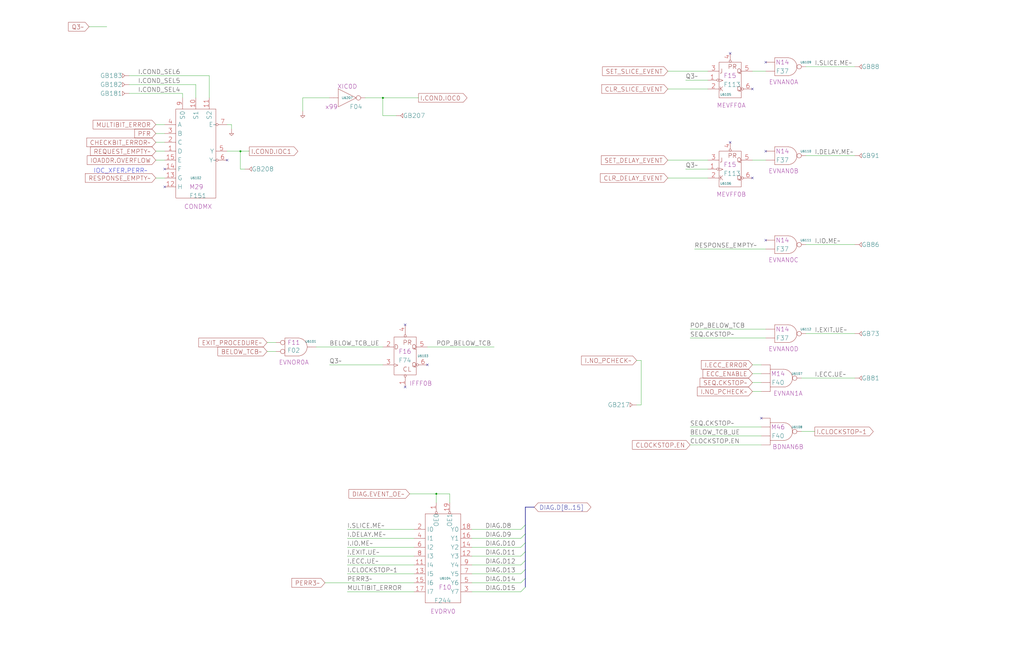
<source format=kicad_sch>
(kicad_sch (version 20230121) (generator eeschema)
  (paper "User" 584.2 378.46)
  (title_block (title "CONDITIONS AND EVENTS") (date "22-SEP-90") (rev "2.0") (comment 1 "IOC") (comment 2 "232-003061") (comment 3 "S400") (comment 4 "RELEASED"))
  (lib_symbols
    (symbol "r1000:F02" (pin_numbers hide) (pin_names hide)
      (property "Reference" "U" (at 12.16 0.635 0))
      (property "Value" "F02" (at -1.27 -4.445 0))
      (property "Location" "___" (at 2.54 0 0))
      (property "Name" "______" (at 2.54 -12.7 0))
      (symbol "F02_0_1"
        (arc (start -3.81 -7.62) (mid -2.9847 -2.54) (end -3.81 2.54) (stroke (width 0.1524)))
        (polyline (pts (xy -5.08 -5.08) (xy -3.175 -5.08)) (stroke (width 0.1524)))
        (polyline (pts (xy -5.08 0) (xy -3.175 0)) (stroke (width 0.1524)))
        (polyline (pts (xy -3.81 -7.62) (xy 2.54 -7.62)) (stroke (width 0.1524)))
        (polyline (pts (xy -3.81 2.54) (xy 2.54 2.54)) (stroke (width 0.1524)))
        (polyline (pts (xy 13.97 -2.54) (xy 12.7 -2.54)) (stroke (width 0.1524)))
        (arc (start 2.54 -7.62) (mid 6.9515 -5.9823) (end 10.16 -2.54) (stroke (width 0.1524)))
        (arc (start 10.16 -2.54) (mid 6.9478 0.8966) (end 2.54 2.54) (stroke (width 0.1524)))
        (circle (center 11.43 -2.54) (radius 1.27) (stroke (width 0.1524)))
      )
      (symbol "F02_0_2"
        (circle (center -3.81 -5.08) (radius 1.27) (stroke (width 0.1524)))
        (circle (center -3.81 0) (radius 1.27) (stroke (width 0.1524)))
        (polyline (pts (xy -2.54 -7.62) (xy 5.08 -7.62)) (stroke (width 0.1524)))
        (polyline (pts (xy -2.54 2.54) (xy -2.54 -7.62)) (stroke (width 0.1524)))
        (polyline (pts (xy -2.54 2.54) (xy 5.08 2.54)) (stroke (width 0.1524)))
        (polyline (pts (xy 11.43 -2.54) (xy 10.16 -2.54)) (stroke (width 0.1524)))
        (polyline (pts (xy 11.43 -2.54) (xy 12.7 -2.54)) (stroke (width 0.1524)))
        (arc (start 5.08 -7.62) (mid 10.1282 -2.54) (end 5.08 2.54) (stroke (width 0.1524)))
      )
      (symbol "F02_1_1"
        (pin input line (at -7.62 0 0) (length 2.54) (name "D0") (number "1"))
        (pin input line (at -7.62 -5.08 0) (length 2.54) (name "D1") (number "2"))
        (pin output line (at 15.24 -2.54 180) (length 1.27) (name "Q") (number "3"))
      )
      (symbol "F02_1_2"
        (pin input line (at -7.62 0 0) (length 2.54) (name "D0") (number "1"))
        (pin input line (at -7.62 -5.08 0) (length 2.54) (name "D1") (number "2"))
        (pin output line (at 15.24 -2.54 180) (length 2.54) (name "Q") (number "3"))
      )
    )
    (symbol "r1000:F04" (pin_numbers hide) (pin_names hide)
      (property "Reference" "U" (at 0 0 0))
      (property "Value" "F04" (at 1.27 -5.08 0))
      (property "Location" "___" (at -12.7 -5.08 0))
      (property "Name" "______" (at 0 5.08 0))
      (symbol "F04_0_1"
        (polyline (pts (xy -7.62 0) (xy -5.08 0)) (stroke (width 0.1524)))
        (polyline (pts (xy -5.08 5.08) (xy -5.08 -5.08)) (stroke (width 0.1524)))
        (polyline (pts (xy 5.08 0) (xy -5.08 -5.08)) (stroke (width 0.1524)))
        (polyline (pts (xy 5.08 0) (xy -5.08 5.08)) (stroke (width 0.1524)))
        (circle (center 6.35 0) (radius 1.27) (stroke (width 0.1524)))
      )
      (symbol "F04_1_1"
        (pin input line (at -10.16 0 0) (length 2.54) (name "D0") (number "1"))
        (pin output line (at 10.16 0 180) (length 2.54) (name "Q") (number "2"))
      )
    )
    (symbol "r1000:F113" (pin_names (offset 1.016) hide)
      (property "Reference" "U" (at 0 -10.795 0))
      (property "Value" "F113" (at -1.27 -5.08 0))
      (property "Location" "___" (at -1.27 0 0))
      (property "Name" "______" (at 3.175 -18.415 0))
      (symbol "F113_0_1"
        (rectangle (start -3.81 7.62) (end 8.89 -12.7) (stroke (width 0.1524)))
      )
      (symbol "F113_1_1"
        (circle (center -4.445 -2.54) (radius 0.635))
        (circle (center 2.54 8.255) (radius 0.635))
        (circle (center 9.525 -7.62) (radius 0.635))
        (text ">" (at -2.54 -2.54 0) (effects (font (size 2.54 2.54))))
        (text "J" (at -2.54 2.54 0) (effects (font (size 2.54 2.54))))
        (text "K" (at -2.54 -7.62 0) (effects (font (size 2.54 2.54))))
        (text "P" (at 2.54 5.08 0) (effects (font (size 2.54 2.54))))
        (text "Q" (at 7.62 -7.62 0) (effects (font (size 2.54 2.54))))
        (text "Q" (at 7.62 2.54 0) (effects (font (size 2.54 2.54))))
        (text "R" (at 5.08 5.08 0) (effects (font (size 2.54 2.54))))
        (pin input line (at -10.16 -2.54 0) (length 5.08) (name "CLK_") (number "1"))
        (pin input line (at -10.16 -7.62 0) (length 6.35) (name "K") (number "2"))
        (pin input line (at -10.16 2.54 0) (length 6.35) (name "J") (number "3"))
        (pin input line (at 2.54 12.7 270) (length 3.81) (name "PR_") (number "4"))
        (pin output line (at 15.24 2.54 180) (length 6.35) (name "Q") (number "5"))
        (pin output line (at 15.24 -7.62 180) (length 5.08) (name "Q_") (number "6"))
      )
    )
    (symbol "r1000:F151" (pin_names (offset 1.016))
      (property "Reference" "U" (at 2.54 5.08 0))
      (property "Value" "F151" (at -1.27 -5.08 0))
      (property "Location" "___" (at -1.27 0 0))
      (property "Name" "______" (at 3.81 -12.7 0))
      (symbol "F151_1_1"
        (rectangle (start -8.89 44.45) (end 13.97 -6.35))
        (circle (center 14.605 15.24) (radius 0.635))
        (circle (center 14.605 35.56) (radius 0.635))
        (pin input line (at -15.24 20.32 0) (length 6.35) (name "D") (number "1"))
        (pin input line (at 2.54 50.8 270) (length 6.35) (name "S1") (number "10"))
        (pin input line (at 10.16 50.8 270) (length 6.35) (name "S2") (number "11"))
        (pin input line (at -15.24 0 0) (length 6.35) (name "H") (number "12"))
        (pin input line (at -15.24 5.08 0) (length 6.35) (name "G") (number "13"))
        (pin input line (at -15.24 10.16 0) (length 6.35) (name "F") (number "14"))
        (pin input line (at -15.24 15.24 0) (length 6.35) (name "E") (number "15"))
        (pin input line (at -15.24 25.4 0) (length 6.35) (name "C") (number "2"))
        (pin input line (at -15.24 30.48 0) (length 6.35) (name "B") (number "3"))
        (pin input line (at -15.24 35.56 0) (length 6.35) (name "A") (number "4"))
        (pin output line (at 20.32 20.32 180) (length 6.35) (name "Y") (number "5"))
        (pin output line (at 20.32 15.24 180) (length 5.08) (name "Y~") (number "6"))
        (pin input line (at 20.32 35.56 180) (length 5.08) (name "E~") (number "7"))
        (pin input line (at -5.08 50.8 270) (length 6.35) (name "S0") (number "9"))
      )
    )
    (symbol "r1000:F244" (pin_names (offset 1.016))
      (property "Reference" "U" (at 2.54 5.08 0))
      (property "Value" "F244" (at -3.81 -7.62 0))
      (property "Location" "___" (at -1.27 0 0))
      (property "Name" "______" (at 1.27 -15.24 0))
      (symbol "F244_1_1"
        (rectangle (start -8.89 41.91) (end 11.43 -8.89))
        (circle (center -2.54 42.545) (radius 0.635))
        (circle (center 5.08 42.545) (radius 0.635))
        (pin input line (at -2.54 48.26 270) (length 5.08) (name "OE0") (number "1"))
        (pin input line (at -15.24 12.7 0) (length 6.35) (name "I4") (number "11"))
        (pin tri_state line (at 17.78 17.78 180) (length 6.35) (name "Y3") (number "12"))
        (pin input line (at -15.24 7.62 0) (length 6.35) (name "I5") (number "13"))
        (pin tri_state line (at 17.78 22.86 180) (length 6.35) (name "Y2") (number "14"))
        (pin input line (at -15.24 2.54 0) (length 6.35) (name "I6") (number "15"))
        (pin tri_state line (at 17.78 27.94 180) (length 6.35) (name "Y1") (number "16"))
        (pin input line (at -15.24 -2.54 0) (length 6.35) (name "I7") (number "17"))
        (pin tri_state line (at 17.78 33.02 180) (length 6.35) (name "Y0") (number "18"))
        (pin input line (at 5.08 48.26 270) (length 5.08) (name "OE1") (number "19"))
        (pin input line (at -15.24 33.02 0) (length 6.35) (name "I0") (number "2"))
        (pin tri_state line (at 17.78 -2.54 180) (length 6.35) (name "Y7") (number "3"))
        (pin input line (at -15.24 27.94 0) (length 6.35) (name "I1") (number "4"))
        (pin tri_state line (at 17.78 2.54 180) (length 6.35) (name "Y6") (number "5"))
        (pin input line (at -15.24 22.86 0) (length 6.35) (name "I2") (number "6"))
        (pin tri_state line (at 17.78 7.62 180) (length 6.35) (name "Y5") (number "7"))
        (pin input line (at -15.24 17.78 0) (length 6.35) (name "I3") (number "8"))
        (pin tri_state line (at 17.78 12.7 180) (length 6.35) (name "Y4") (number "9"))
      )
    )
    (symbol "r1000:F37" (pin_numbers hide) (pin_names (offset 0) hide)
      (property "Reference" "U" (at 15.24 0 0))
      (property "Value" "F37" (at 1.905 -5.08 0))
      (property "Location" "___" (at 1.905 0 0))
      (property "Name" "______" (at 2.54 -12.7 0))
      (symbol "F37_0_1"
        (polyline (pts (xy -2.54 -7.62) (xy 5.08 -7.62)) (stroke (width 0.1524)))
        (polyline (pts (xy -2.54 2.54) (xy -2.54 -7.62)) (stroke (width 0.1524)))
        (polyline (pts (xy -2.54 2.54) (xy 5.08 2.54)) (stroke (width 0.1524)))
        (arc (start 5.08 -7.62) (mid 10.1282 -2.54) (end 5.08 2.54) (stroke (width 0.1524)))
        (circle (center 11.43 -2.54) (radius 1.27) (stroke (width 0.1524)))
      )
      (symbol "F37_0_2"
        (circle (center -3.81 -5.08) (radius 1.27) (stroke (width 0.1524)))
        (circle (center -3.81 0) (radius 1.27) (stroke (width 0.1524)))
        (arc (start -3.175 -7.62) (mid -2.134 -2.54) (end -3.175 2.54) (stroke (width 0.1524)))
        (polyline (pts (xy -3.175 -7.62) (xy 3.81 -7.62)) (stroke (width 0.1524)))
        (polyline (pts (xy -3.175 2.54) (xy 3.81 2.54)) (stroke (width 0.1524)))
        (arc (start 3.81 -7.62) (mid 7.5855 -5.8306) (end 10.16 -2.54) (stroke (width 0.1524)))
        (arc (start 10.16 -2.54) (mid 7.5827 0.7471) (end 3.81 2.54) (stroke (width 0.1524)))
      )
      (symbol "F37_1_1"
        (pin input line (at -7.62 0 0) (length 5.08) (name "D0") (number "1"))
        (pin input line (at -7.62 -5.08 0) (length 5.08) (name "D1") (number "2"))
        (pin output line (at 15.24 -2.54 180) (length 2.54) (name "Q") (number "3"))
      )
      (symbol "F37_1_2"
        (pin input line (at -7.62 0 0) (length 2.54) (name "D0") (number "1"))
        (pin input line (at -7.62 -5.08 0) (length 2.54) (name "D1") (number "2"))
        (pin output line (at 15.24 -2.54 180) (length 5.08) (name "Q") (number "3"))
      )
    )
    (symbol "r1000:F40" (pin_numbers hide) (pin_names hide)
      (property "Reference" "U" (at 12.7 2.54 0))
      (property "Value" "F40" (at 1.905 -2.54 0))
      (property "Location" "___" (at 1.905 2.54 0))
      (property "Name" "______" (at 7.62 -10.16 0))
      (symbol "F40_0_0"
        (polyline (pts (xy -2.54 -5.08) (xy 5.08 -5.08)) (stroke (width 0.1524)))
        (polyline (pts (xy -2.54 5.08) (xy 5.08 5.08)) (stroke (width 0.1524)))
        (arc (start 5.08 -5.08) (mid 8.6721 -3.5921) (end 10.16 0) (stroke (width 0.1524)))
        (arc (start 10.16 0) (mid 8.6721 3.5921) (end 5.08 5.08) (stroke (width 0.1524)))
        (circle (center 11.43 0) (radius 1.27) (stroke (width 0.1524)))
      )
      (symbol "F40_0_1"
        (polyline (pts (xy -2.54 -5.08) (xy -2.54 -7.62)) (stroke (width 0.1524)))
        (polyline (pts (xy -2.54 5.08) (xy -2.54 -5.08)) (stroke (width 0.1524)))
        (polyline (pts (xy -2.54 7.62) (xy -2.54 5.08)) (stroke (width 0.1524)))
      )
      (symbol "F40_1_1"
        (pin input line (at -7.62 7.62 0) (length 5.08) (name "D0") (number "1"))
        (pin input line (at -7.62 2.54 0) (length 5.08) (name "D3") (number "2"))
        (pin input line (at -7.62 -2.54 0) (length 5.08) (name "D4") (number "4"))
        (pin input line (at -7.62 -7.62 0) (length 5.08) (name "D5") (number "5"))
        (pin output line (at 15.24 0 180) (length 2.54) (name "Q") (number "6"))
      )
    )
    (symbol "r1000:F74" (pin_names (offset 1.016) hide)
      (property "Reference" "U" (at 12.7 -2.54 0))
      (property "Value" "F74" (at -1.27 -5.08 0))
      (property "Location" "___" (at -1.27 0 0))
      (property "Name" "______" (at 11.43 -19.685 0))
      (symbol "F74_0_1"
        (rectangle (start -3.81 8.255) (end 8.89 -13.335) (stroke (width 0.1524)))
        (polyline (pts (xy 2.54 -15.24) (xy 2.54 -14.605)) (stroke (width 0.1524)))
        (polyline (pts (xy 2.54 10.16) (xy 2.54 9.525)) (stroke (width 0.1524)))
      )
      (symbol "F74_1_1"
        (circle (center 2.54 -13.97) (radius 0.635))
        (circle (center 2.54 8.89) (radius 0.635))
        (circle (center 9.525 -7.62) (radius 0.635))
        (text ">" (at -2.54 -7.62 0) (effects (font (size 2.54 2.54))))
        (text "C" (at 2.54 -10.16 0) (effects (font (size 2.54 2.54))))
        (text "D" (at -2.54 2.54 0) (effects (font (size 2.54 2.54))))
        (text "L" (at 5.08 -10.16 0) (effects (font (size 2.54 2.54))))
        (text "P" (at 2.54 5.08 0) (effects (font (size 2.54 2.54))))
        (text "Q" (at 7.62 -7.62 0) (effects (font (size 2.54 2.54))))
        (text "Q" (at 7.62 2.54 0) (effects (font (size 2.54 2.54))))
        (text "R" (at 5.08 5.08 0) (effects (font (size 2.54 2.54))))
        (pin input line (at 2.54 -20.32 90) (length 5.08) (name "CL_") (number "1"))
        (pin input line (at -10.16 2.54 0) (length 6.35) (name "D") (number "2"))
        (pin input line (at -10.16 -7.62 0) (length 6.35) (name "CLK") (number "3"))
        (pin input line (at 2.54 15.24 270) (length 5.08) (name "PR_") (number "4"))
        (pin output line (at 15.24 2.54 180) (length 6.35) (name "Q") (number "5"))
        (pin output line (at 15.24 -7.62 180) (length 5.08) (name "Q_") (number "6"))
      )
    )
    (symbol "r1000:GB" (pin_numbers hide) (pin_names (offset 0) hide)
      (property "Reference" "GB" (at 3.81 0 0))
      (symbol "GB_0_1"
        (polyline (pts (xy 2.54 0) (xy 3.81 1.27) (xy 3.81 -1.27) (xy 2.54 0)) (stroke (width 0.1524)))
      )
      (symbol "GB_1_1"
        (pin bidirectional line (at 0 0 0) (length 2.54) (name "") (number "1"))
      )
    )
    (symbol "r1000:PD" (power) (pin_numbers hide) (pin_names hide) (in_bom no)
      (symbol "PD_0_1"
        (polyline (pts (xy 0 -2.54) (xy 1.27 -2.54) (xy 0 -3.81) (xy -1.27 -2.54) (xy 0 -2.54)) (stroke (width 0.1524)))
      )
      (symbol "PD_1_1"
        (pin power_in line (at 0 0 270) (length 2.54) (name "PD") (number "1"))
      )
    )
  )
  (junction (at 137.16 86.36))
  (junction (at 248.92 281.94))
  (junction (at 218.44 55.88))
  (no_connect (at 231.14 185.42))
  (no_connect (at 243.84 208.28))
  (no_connect (at 416.56 81.28))
  (no_connect (at 436.88 137.16))
  (no_connect (at 436.88 86.36))
  (no_connect (at 429.26 50.8))
  (no_connect (at 434.34 238.76))
  (no_connect (at 231.14 220.98))
  (no_connect (at 93.98 96.52))
  (no_connect (at 429.26 101.6))
  (no_connect (at 129.54 91.44))
  (no_connect (at 93.98 106.68))
  (no_connect (at 436.88 35.56))
  (no_connect (at 416.56 30.48))
  (bus_entry (at 299.72 325.12) (size -2.54 2.54))
  (bus_entry (at 299.72 320.04) (size -2.54 2.54))
  (bus_entry (at 299.72 330.2) (size -2.54 2.54))
  (bus_entry (at 299.72 304.8) (size -2.54 2.54))
  (bus_entry (at 299.72 314.96) (size -2.54 2.54))
  (bus_entry (at 299.72 299.72) (size -2.54 2.54))
  (bus_entry (at 299.72 309.88) (size -2.54 2.54))
  (bus_entry (at 299.72 335.28) (size -2.54 2.54))
  (wire (pts (xy 73.66 48.26) (xy 111.76 48.26)))
  (wire (pts (xy 172.72 55.88) (xy 187.96 55.88)))
  (wire (pts (xy 269.24 307.34) (xy 297.18 307.34)))
  (wire (pts (xy 139.7 96.52) (xy 137.16 96.52)))
  (wire (pts (xy 248.92 281.94) (xy 248.92 287.02)))
  (wire (pts (xy 429.26 208.28) (xy 434.34 208.28)))
  (wire (pts (xy 269.24 332.74) (xy 297.18 332.74)))
  (wire (pts (xy 152.4 200.66) (xy 157.48 200.66)))
  (wire (pts (xy 429.26 91.44) (xy 436.88 91.44)))
  (wire (pts (xy 365.76 205.74) (xy 365.76 231.14)))
  (wire (pts (xy 132.08 71.12) (xy 132.08 73.66)))
  (wire (pts (xy 459.74 38.1) (xy 487.68 38.1)))
  (bus (pts (xy 299.72 289.56) (xy 299.72 299.72)))
  (wire (pts (xy 381 40.64) (xy 403.86 40.64)))
  (wire (pts (xy 88.9 91.44) (xy 93.98 91.44)))
  (wire (pts (xy 129.54 71.12) (xy 132.08 71.12)))
  (wire (pts (xy 198.12 327.66) (xy 236.22 327.66)))
  (wire (pts (xy 429.26 223.52) (xy 434.34 223.52)))
  (wire (pts (xy 269.24 302.26) (xy 297.18 302.26)))
  (wire (pts (xy 269.24 337.82) (xy 297.18 337.82)))
  (wire (pts (xy 180.34 198.12) (xy 218.44 198.12)))
  (wire (pts (xy 429.26 40.64) (xy 436.88 40.64)))
  (wire (pts (xy 50.8 15.24) (xy 60.96 15.24)))
  (wire (pts (xy 269.24 327.66) (xy 297.18 327.66)))
  (wire (pts (xy 198.12 337.82) (xy 236.22 337.82)))
  (wire (pts (xy 256.54 287.02) (xy 256.54 281.94)))
  (wire (pts (xy 119.38 55.88) (xy 119.38 43.18)))
  (bus (pts (xy 299.72 299.72) (xy 299.72 304.8)))
  (wire (pts (xy 381 101.6) (xy 403.86 101.6)))
  (wire (pts (xy 269.24 317.5) (xy 297.18 317.5)))
  (bus (pts (xy 299.72 309.88) (xy 299.72 314.96)))
  (wire (pts (xy 429.26 218.44) (xy 434.34 218.44)))
  (wire (pts (xy 187.96 208.28) (xy 218.44 208.28)))
  (wire (pts (xy 88.9 101.6) (xy 93.98 101.6)))
  (wire (pts (xy 198.12 322.58) (xy 236.22 322.58)))
  (wire (pts (xy 73.66 53.34) (xy 104.14 53.34)))
  (wire (pts (xy 457.2 215.9) (xy 487.68 215.9)))
  (wire (pts (xy 256.54 281.94) (xy 248.92 281.94)))
  (wire (pts (xy 393.7 187.96) (xy 436.88 187.96)))
  (bus (pts (xy 299.72 314.96) (xy 299.72 320.04)))
  (wire (pts (xy 391.16 96.52) (xy 403.86 96.52)))
  (wire (pts (xy 248.92 281.94) (xy 233.68 281.94)))
  (bus (pts (xy 299.72 289.56) (xy 304.8 289.56)))
  (wire (pts (xy 269.24 322.58) (xy 297.18 322.58)))
  (wire (pts (xy 218.44 66.04) (xy 218.44 55.88)))
  (wire (pts (xy 381 91.44) (xy 403.86 91.44)))
  (wire (pts (xy 208.28 55.88) (xy 218.44 55.88)))
  (wire (pts (xy 393.7 193.04) (xy 436.88 193.04)))
  (bus (pts (xy 299.72 320.04) (xy 299.72 325.12)))
  (wire (pts (xy 137.16 86.36) (xy 137.16 96.52)))
  (bus (pts (xy 299.72 330.2) (xy 299.72 335.28)))
  (wire (pts (xy 152.4 195.58) (xy 157.48 195.58)))
  (wire (pts (xy 381 50.8) (xy 403.86 50.8)))
  (wire (pts (xy 88.9 81.28) (xy 93.98 81.28)))
  (wire (pts (xy 218.44 55.88) (xy 238.76 55.88)))
  (wire (pts (xy 137.16 86.36) (xy 142.24 86.36)))
  (wire (pts (xy 88.9 71.12) (xy 93.98 71.12)))
  (wire (pts (xy 393.7 254) (xy 434.34 254)))
  (wire (pts (xy 198.12 307.34) (xy 236.22 307.34)))
  (wire (pts (xy 198.12 312.42) (xy 236.22 312.42)))
  (wire (pts (xy 459.74 139.7) (xy 487.68 139.7)))
  (wire (pts (xy 459.74 190.5) (xy 487.68 190.5)))
  (bus (pts (xy 299.72 325.12) (xy 299.72 330.2)))
  (wire (pts (xy 185.42 332.74) (xy 236.22 332.74)))
  (wire (pts (xy 363.22 205.74) (xy 365.76 205.74)))
  (wire (pts (xy 104.14 55.88) (xy 104.14 53.34)))
  (wire (pts (xy 243.84 198.12) (xy 281.94 198.12)))
  (wire (pts (xy 198.12 317.5) (xy 236.22 317.5)))
  (wire (pts (xy 172.72 63.5) (xy 172.72 55.88)))
  (wire (pts (xy 459.74 88.9) (xy 487.68 88.9)))
  (wire (pts (xy 391.16 45.72) (xy 403.86 45.72)))
  (wire (pts (xy 88.9 76.2) (xy 93.98 76.2)))
  (wire (pts (xy 393.7 243.84) (xy 434.34 243.84)))
  (wire (pts (xy 73.66 43.18) (xy 119.38 43.18)))
  (wire (pts (xy 269.24 312.42) (xy 297.18 312.42)))
  (wire (pts (xy 111.76 55.88) (xy 111.76 48.26)))
  (bus (pts (xy 299.72 304.8) (xy 299.72 309.88)))
  (wire (pts (xy 129.54 86.36) (xy 137.16 86.36)))
  (wire (pts (xy 88.9 86.36) (xy 93.98 86.36)))
  (wire (pts (xy 365.76 231.14) (xy 363.22 231.14)))
  (wire (pts (xy 457.2 246.38) (xy 464.82 246.38)))
  (wire (pts (xy 393.7 248.92) (xy 434.34 248.92)))
  (wire (pts (xy 226.06 66.04) (xy 218.44 66.04)))
  (wire (pts (xy 396.24 142.24) (xy 436.88 142.24)))
  (wire (pts (xy 429.26 213.36) (xy 434.34 213.36)))
  (wire (pts (xy 198.12 302.26) (xy 236.22 302.26)))
  (text "IOC_XFER.PERR~" (at 53.34 99.06 0) (effects (font (size 2.54 2.54)) (justify left bottom)))
  (label "Q3~" (at 391.16 96.52 0) (effects (font (size 2.54 2.54))))
  (label "DIAG.D10" (at 276.86 312.42 0) (effects (font (size 2.54 2.54))))
  (label "I.COND_SEL6" (at 78.74 43.18 0) (effects (font (size 2.54 2.54))))
  (label "I.ECC.UE~" (at 464.82 215.9 0) (effects (font (size 2.54 2.54))))
  (label "I.CLOCKSTOP~1" (at 198.12 327.66 0) (effects (font (size 2.54 2.54))))
  (label "DIAG.D14" (at 276.86 332.74 0) (effects (font (size 2.54 2.54))))
  (label "I.SLICE.ME~" (at 198.12 302.26 0) (effects (font (size 2.54 2.54))))
  (label "I.DELAY.ME~" (at 198.12 307.34 0) (effects (font (size 2.54 2.54))))
  (label "POP_BELOW_TCB" (at 248.92 198.12 0) (effects (font (size 2.54 2.54))))
  (label "RESPONSE_EMPTY~" (at 396.24 142.24 0) (effects (font (size 2.54 2.54))))
  (label "SEQ.CKSTOP~" (at 393.7 243.84 0) (effects (font (size 2.54 2.54))))
  (label "Q3~" (at 187.96 208.28 0) (effects (font (size 2.54 2.54))))
  (label "I.IO.ME~" (at 464.82 139.7 0) (effects (font (size 2.54 2.54))))
  (label "I.IO.ME~" (at 198.12 312.42 0) (effects (font (size 2.54 2.54))))
  (label "MULTIBIT_ERROR" (at 198.12 337.82 0) (effects (font (size 2.54 2.54))))
  (label "I.EXIT.UE~" (at 464.82 190.5 0) (effects (font (size 2.54 2.54))))
  (label "I.EXIT.UE~" (at 198.12 317.5 0) (effects (font (size 2.54 2.54))))
  (label "I.COND_SEL4" (at 78.74 53.34 0) (effects (font (size 2.54 2.54))))
  (label "I.ECC.UE~" (at 198.12 322.58 0) (effects (font (size 2.54 2.54))))
  (label "Q3~" (at 391.16 45.72 0) (effects (font (size 2.54 2.54))))
  (label "I.DELAY.ME~" (at 464.82 88.9 0) (effects (font (size 2.54 2.54))))
  (label "DIAG.D15" (at 276.86 337.82 0) (effects (font (size 2.54 2.54))))
  (label "SEQ.CKSTOP~" (at 393.7 193.04 0) (effects (font (size 2.54 2.54))))
  (label "DIAG.D9" (at 276.86 307.34 0) (effects (font (size 2.54 2.54))))
  (label "CLOCKSTOP.EN" (at 393.7 254 0) (effects (font (size 2.54 2.54))))
  (label "DIAG.D13" (at 276.86 327.66 0) (effects (font (size 2.54 2.54))))
  (label "POP_BELOW_TCB" (at 393.7 187.96 0) (effects (font (size 2.54 2.54))))
  (label "DIAG.D8" (at 276.86 302.26 0) (effects (font (size 2.54 2.54))))
  (label "I.COND_SEL5" (at 78.74 48.26 0) (effects (font (size 2.54 2.54))))
  (label "DIAG.D11" (at 276.86 317.5 0) (effects (font (size 2.54 2.54))))
  (label "BELOW_TCB_UE" (at 393.7 248.92 0) (effects (font (size 2.54 2.54))))
  (label "I.SLICE.ME~" (at 464.82 38.1 0) (effects (font (size 2.54 2.54))))
  (label "DIAG.D12" (at 276.86 322.58 0) (effects (font (size 2.54 2.54))))
  (label "BELOW_TCB_UE" (at 187.96 198.12 0) (effects (font (size 2.54 2.54))))
  (label "PERR3~" (at 198.12 332.74 0) (effects (font (size 2.54 2.54))))
  (global_label "BELOW_TCB~" (shape input) (at 152.4 200.66 180) (effects (font (size 2.54 2.54))) (property "Intersheetrefs" "${INTERSHEET_REFS}" (at 124.3511 200.5013 0) (effects (font (size 1.905 1.905)) (justify right))))
  (global_label "Q3~" (shape input) (at 50.8 15.24 180) (effects (font (size 2.54 2.54))) (property "Intersheetrefs" "${INTERSHEET_REFS}" (at 32.9111 15.0813 0) (effects (font (size 1.905 1.905)) (justify right))))
  (global_label "DIAG.D[8..15]" (shape bidirectional) (at 304.8 289.56 0) (effects (font (size 2.54 2.54))) (property "Intersheetrefs" "${INTERSHEET_REFS}" (at 334.905 289.4013 0) (effects (font (size 1.905 1.905)) (justify left))))
  (global_label "I.ECC_ERROR" (shape input) (at 429.26 208.28 180) (effects (font (size 2.54 2.54))) (property "Intersheetrefs" "${INTERSHEET_REFS}" (at 400.1226 208.1213 0) (effects (font (size 1.905 1.905)) (justify right))))
  (global_label "SEQ.CKSTOP~" (shape input) (at 429.26 218.44 180) (effects (font (size 2.54 2.54))) (property "Intersheetrefs" "${INTERSHEET_REFS}" (at 399.3969 218.2813 0) (effects (font (size 1.905 1.905)) (justify right))))
  (global_label "CLOCKSTOP.EN" (shape input) (at 393.7 254 180) (effects (font (size 2.54 2.54))) (property "Intersheetrefs" "${INTERSHEET_REFS}" (at 360.432 253.8413 0) (effects (font (size 1.905 1.905)) (justify right))))
  (global_label "CLR_DELAY_EVENT" (shape input) (at 381 101.6 180) (effects (font (size 2.54 2.54))) (property "Intersheetrefs" "${INTERSHEET_REFS}" (at 342.5492 101.4413 0) (effects (font (size 1.905 1.905)) (justify right))))
  (global_label "CHECKBIT_ERROR~" (shape input) (at 88.9 81.28 180) (effects (font (size 2.54 2.54))) (property "Intersheetrefs" "${INTERSHEET_REFS}" (at 49.4816 81.1213 0) (effects (font (size 1.905 1.905)) (justify right))))
  (global_label "DIAG.EVENT_OE~" (shape input) (at 233.68 281.94 180) (effects (font (size 2.54 2.54))) (property "Intersheetrefs" "${INTERSHEET_REFS}" (at 199.0997 281.7813 0) (effects (font (size 1.905 1.905)) (justify right))))
  (global_label "I.CLOCKSTOP~1" (shape output) (at 464.82 246.38 0) (effects (font (size 2.54 2.54))) (property "Intersheetrefs" "${INTERSHEET_REFS}" (at 498.5718 246.2213 0) (effects (font (size 1.905 1.905)) (justify left))))
  (global_label "RESPONSE_EMPTY~" (shape input) (at 88.9 101.6 180) (effects (font (size 2.54 2.54))) (property "Intersheetrefs" "${INTERSHEET_REFS}" (at 48.635 101.4413 0) (effects (font (size 1.905 1.905)) (justify right))))
  (global_label "PFR" (shape input) (at 88.9 76.2 180) (effects (font (size 2.54 2.54))) (property "Intersheetrefs" "${INTERSHEET_REFS}" (at 76.8169 76.0413 0) (effects (font (size 1.905 1.905)) (justify right))))
  (global_label "SET_DELAY_EVENT" (shape input) (at 381 91.44 180) (effects (font (size 2.54 2.54))) (property "Intersheetrefs" "${INTERSHEET_REFS}" (at 343.033 91.2813 0) (effects (font (size 1.905 1.905)) (justify right))))
  (global_label "ECC_ENABLE" (shape input) (at 429.26 213.36 180) (effects (font (size 2.54 2.54))) (property "Intersheetrefs" "${INTERSHEET_REFS}" (at 401.0902 213.2013 0) (effects (font (size 1.905 1.905)) (justify right))))
  (global_label "MULTIBIT_ERROR" (shape input) (at 88.9 71.12 180) (effects (font (size 2.54 2.54))) (property "Intersheetrefs" "${INTERSHEET_REFS}" (at 53.1102 70.9613 0) (effects (font (size 1.905 1.905)) (justify right))))
  (global_label "I.NO_PCHECK~" (shape input) (at 363.22 205.74 180) (effects (font (size 2.54 2.54))) (property "Intersheetrefs" "${INTERSHEET_REFS}" (at 331.7845 205.5813 0) (effects (font (size 1.905 1.905)) (justify right))))
  (global_label "REQUEST_EMPTY~" (shape input) (at 88.9 86.36 180) (effects (font (size 2.54 2.54))) (property "Intersheetrefs" "${INTERSHEET_REFS}" (at 51.6588 86.2013 0) (effects (font (size 1.905 1.905)) (justify right))))
  (global_label "PERR3~" (shape input) (at 185.42 332.74 180) (effects (font (size 2.54 2.54))) (property "Intersheetrefs" "${INTERSHEET_REFS}" (at 166.4426 332.5813 0) (effects (font (size 1.905 1.905)) (justify right))))
  (global_label "IOADDR.OVERFLOW" (shape input) (at 88.9 91.44 180) (effects (font (size 2.54 2.54))) (property "Intersheetrefs" "${INTERSHEET_REFS}" (at 49.7235 91.2813 0) (effects (font (size 1.905 1.905)) (justify right))))
  (global_label "CLR_SLICE_EVENT" (shape input) (at 381 50.8 180) (effects (font (size 2.54 2.54))) (property "Intersheetrefs" "${INTERSHEET_REFS}" (at 343.275 50.6413 0) (effects (font (size 1.905 1.905)) (justify right))))
  (global_label "I.NO_PCHECK~" (shape input) (at 429.26 223.52 180) (effects (font (size 2.54 2.54))) (property "Intersheetrefs" "${INTERSHEET_REFS}" (at 397.8245 223.3613 0) (effects (font (size 1.905 1.905)) (justify right))))
  (global_label "EXIT_PROCEDURE~" (shape input) (at 152.4 195.58 180) (effects (font (size 2.54 2.54))) (property "Intersheetrefs" "${INTERSHEET_REFS}" (at 113.3445 195.4213 0) (effects (font (size 1.905 1.905)) (justify right))))
  (global_label "I.COND.IOC0" (shape output) (at 238.76 55.88 0) (effects (font (size 2.54 2.54))) (property "Intersheetrefs" "${INTERSHEET_REFS}" (at 266.446 55.7213 0) (effects (font (size 1.905 1.905)) (justify left))))
  (global_label "I.COND.IOC1" (shape output) (at 142.24 86.36 0) (effects (font (size 2.54 2.54))) (property "Intersheetrefs" "${INTERSHEET_REFS}" (at 169.926 86.2013 0) (effects (font (size 1.905 1.905)) (justify left))))
  (global_label "SET_SLICE_EVENT" (shape input) (at 381 40.64 180) (effects (font (size 2.54 2.54))) (property "Intersheetrefs" "${INTERSHEET_REFS}" (at 343.7588 40.4813 0) (effects (font (size 1.905 1.905)) (justify right))))
  (symbol (lib_id "r1000:GB") (at 487.68 139.7 0) (unit 1)
    (property "Reference" "GB86" (at 491.49 139.7 0) (effects (font (size 2.54 2.54)) (justify left)))
    (property "Value" "GB" (effects hide))
  )
  (symbol (lib_id "r1000:GB") (at 226.06 66.04 0) (unit 1)
    (property "Reference" "GB207" (at 229.87 66.04 0) (effects (font (size 2.54 2.54)) (justify left)))
    (property "Value" "GB" (effects hide))
  )
  (symbol (lib_id "r1000:GB") (at 73.66 48.26 0) (mirror y) (unit 1)
    (property "Reference" "GB182" (at 69.85 48.26 0) (effects (font (size 2.54 2.54)) (justify left)))
    (property "Value" "GB" (effects hide))
  )
  (symbol (lib_id "r1000:F74") (at 228.6 200.66 0) (unit 1)
    (property "Reference" "U6103" (at 241.3 203.2 0))
    (property "Value" "F74" (at 227.33 205.74 0) (effects (font (size 2.54 2.54)) (justify left)))
    (property "Location" "F16" (at 227.33 200.66 0) (effects (font (size 2.54 2.54)) (justify left)))
    (property "Name" "IFFF0B" (at 240.03 220.345 0) (effects (font (size 2.54 2.54)) (justify bottom)))
  )
  (symbol (lib_id "r1000:PD") (at 132.08 73.66 0) (unit 1) (in_bom no)
    (property "Reference" "#PWR06102" (effects hide))
    (property "Value" "PD" (effects hide))
  )
  (symbol (lib_id "r1000:PD") (at 172.72 63.5 0) (unit 1) (in_bom no)
    (property "Reference" "#PWR06206" (effects hide))
    (property "Value" "PD" (effects hide))
  )
  (symbol (lib_id "r1000:F02") (at 165.1 195.58 0) (unit 1) (convert 2)
    (property "Reference" "U6101" (at 177.26 194.945 0))
    (property "Value" "F02" (at 163.83 200.025 0) (effects (font (size 2.54 2.54)) (justify left)))
    (property "Location" "F11" (at 167.64 195.58 0) (effects (font (size 2.54 2.54))))
    (property "Name" "EVNOR0A" (at 167.64 208.28 0) (effects (font (size 2.54 2.54)) (justify bottom)))
  )
  (symbol (lib_id "r1000:F04") (at 198.12 55.88 0) (unit 1)
    (property "Reference" "U6207" (at 198.12 55.88 0))
    (property "Value" "F04" (at 199.39 60.96 0) (effects (font (size 2.54 2.54)) (justify left)))
    (property "Location" "x99" (at 185.42 60.96 0) (effects (font (size 2.54 2.54)) (justify left)))
    (property "Name" "XIC0D" (at 198.12 50.8 0) (effects (font (size 2.54 2.54)) (justify bottom)))
  )
  (symbol (lib_id "r1000:GB") (at 487.68 190.5 0) (unit 1)
    (property "Reference" "GB73" (at 491.49 190.5 0) (effects (font (size 2.54 2.54)) (justify left)))
    (property "Value" "GB" (effects hide))
  )
  (symbol (lib_id "r1000:F37") (at 444.5 35.56 0) (unit 1)
    (property "Reference" "U6109" (at 459.74 35.56 0))
    (property "Value" "F37" (at 446.405 40.64 0) (effects (font (size 2.54 2.54))))
    (property "Location" "N14" (at 446.405 35.56 0) (effects (font (size 2.54 2.54))))
    (property "Name" "EVNAN0A" (at 447.04 48.26 0) (effects (font (size 2.54 2.54)) (justify bottom)))
  )
  (symbol (lib_id "r1000:GB") (at 487.68 38.1 0) (unit 1)
    (property "Reference" "GB88" (at 491.49 38.1 0) (effects (font (size 2.54 2.54)) (justify left)))
    (property "Value" "GB" (effects hide))
  )
  (symbol (lib_id "r1000:F40") (at 441.96 215.9 0) (unit 1)
    (property "Reference" "U6107" (at 454.66 213.36 0))
    (property "Value" "F40" (at 443.865 218.44 0) (effects (font (size 2.54 2.54))))
    (property "Location" "M14" (at 443.865 213.36 0) (effects (font (size 2.54 2.54))))
    (property "Name" "EVNAN1A" (at 449.58 226.06 0) (effects (font (size 2.54 2.54)) (justify bottom)))
  )
  (symbol (lib_id "r1000:F244") (at 251.46 335.28 0) (unit 1)
    (property "Reference" "U6104" (at 254 330.2 0))
    (property "Value" "F244" (at 247.65 342.9 0) (effects (font (size 2.54 2.54)) (justify left)))
    (property "Location" "F10" (at 250.19 335.28 0) (effects (font (size 2.54 2.54)) (justify left)))
    (property "Name" "EVDRV0" (at 252.73 350.52 0) (effects (font (size 2.54 2.54)) (justify bottom)))
  )
  (symbol (lib_id "r1000:F37") (at 444.5 187.96 0) (unit 1)
    (property "Reference" "U6112" (at 459.74 187.96 0))
    (property "Value" "F37" (at 446.405 193.04 0) (effects (font (size 2.54 2.54))))
    (property "Location" "N14" (at 446.405 187.96 0) (effects (font (size 2.54 2.54))))
    (property "Name" "EVNAN0D" (at 447.04 200.66 0) (effects (font (size 2.54 2.54)) (justify bottom)))
  )
  (symbol (lib_id "r1000:F113") (at 414.02 43.18 0) (unit 1)
    (property "Reference" "U6105" (at 414.02 53.975 0))
    (property "Value" "F113" (at 412.75 48.26 0) (effects (font (size 2.54 2.54)) (justify left)))
    (property "Location" "F15" (at 412.75 43.18 0) (effects (font (size 2.54 2.54)) (justify left)))
    (property "Name" "MEVFF0A" (at 417.195 61.595 0) (effects (font (size 2.54 2.54)) (justify bottom)))
  )
  (symbol (lib_id "r1000:F37") (at 444.5 137.16 0) (unit 1)
    (property "Reference" "U6111" (at 459.74 137.16 0))
    (property "Value" "F37" (at 446.405 142.24 0) (effects (font (size 2.54 2.54))))
    (property "Location" "N14" (at 446.405 137.16 0) (effects (font (size 2.54 2.54))))
    (property "Name" "EVNAN0C" (at 447.04 149.86 0) (effects (font (size 2.54 2.54)) (justify bottom)))
  )
  (symbol (lib_id "r1000:F40") (at 441.96 246.38 0) (unit 1)
    (property "Reference" "U6108" (at 454.66 243.84 0))
    (property "Value" "F40" (at 443.865 248.92 0) (effects (font (size 2.54 2.54))))
    (property "Location" "M46" (at 443.865 243.84 0) (effects (font (size 2.54 2.54))))
    (property "Name" "BDNAN6B" (at 449.58 256.54 0) (effects (font (size 2.54 2.54)) (justify bottom)))
  )
  (symbol (lib_id "r1000:GB") (at 487.68 215.9 0) (unit 1)
    (property "Reference" "GB81" (at 491.49 215.9 0) (effects (font (size 2.54 2.54)) (justify left)))
    (property "Value" "GB" (effects hide))
  )
  (symbol (lib_id "r1000:GB") (at 73.66 43.18 0) (mirror y) (unit 1)
    (property "Reference" "GB183" (at 69.85 43.18 0) (effects (font (size 2.54 2.54)) (justify left)))
    (property "Value" "GB" (effects hide))
  )
  (symbol (lib_id "r1000:F37") (at 444.5 86.36 0) (unit 1)
    (property "Reference" "U6110" (at 459.74 86.36 0))
    (property "Value" "F37" (at 446.405 91.44 0) (effects (font (size 2.54 2.54))))
    (property "Location" "N14" (at 446.405 86.36 0) (effects (font (size 2.54 2.54))))
    (property "Name" "EVNAN0B" (at 447.04 99.06 0) (effects (font (size 2.54 2.54)) (justify bottom)))
  )
  (symbol (lib_id "r1000:GB") (at 139.7 96.52 0) (unit 1)
    (property "Reference" "GB208" (at 143.51 96.52 0) (effects (font (size 2.54 2.54)) (justify left)))
    (property "Value" "GB" (effects hide))
  )
  (symbol (lib_id "r1000:GB") (at 73.66 53.34 0) (mirror y) (unit 1)
    (property "Reference" "GB181" (at 69.85 53.34 0) (effects (font (size 2.54 2.54)) (justify left)))
    (property "Value" "GB" (effects hide))
  )
  (symbol (lib_id "r1000:GB") (at 363.22 231.14 0) (mirror y) (unit 1)
    (property "Reference" "GB217" (at 359.41 231.14 0) (effects (font (size 2.54 2.54)) (justify left)))
    (property "Value" "GB" (effects hide))
  )
  (symbol (lib_id "r1000:F151") (at 109.22 106.68 0) (unit 1)
    (property "Reference" "U6102" (at 111.76 101.6 0))
    (property "Value" "F151" (at 107.95 111.76 0) (effects (font (size 2.54 2.54)) (justify left)))
    (property "Location" "M29" (at 107.95 106.68 0) (effects (font (size 2.54 2.54)) (justify left)))
    (property "Name" "CONDMX" (at 113.03 119.38 0) (effects (font (size 2.54 2.54)) (justify bottom)))
  )
  (symbol (lib_id "r1000:GB") (at 487.68 88.9 0) (unit 1)
    (property "Reference" "GB91" (at 491.49 88.9 0) (effects (font (size 2.54 2.54)) (justify left)))
    (property "Value" "GB" (effects hide))
  )
  (symbol (lib_id "r1000:F113") (at 414.02 93.98 0) (unit 1)
    (property "Reference" "U6106" (at 414.02 104.775 0))
    (property "Value" "F113" (at 412.75 99.06 0) (effects (font (size 2.54 2.54)) (justify left)))
    (property "Location" "F15" (at 412.75 93.98 0) (effects (font (size 2.54 2.54)) (justify left)))
    (property "Name" "MEVFF0B" (at 417.195 112.395 0) (effects (font (size 2.54 2.54)) (justify bottom)))
  )
)
</source>
